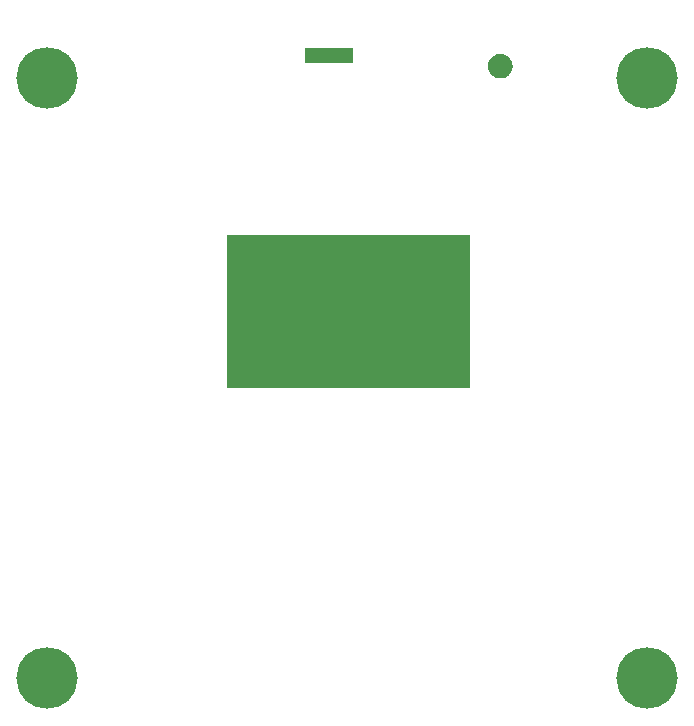
<source format=gbs>
G04 Layer: BottomSolderMaskLayer*
G04 EasyEDA v6.5.34, 2023-08-21 18:11:39*
G04 3696ccb3ce3c4ba2a1e01cf7d584be42,5a6b42c53f6a479593ecc07194224c93,10*
G04 Gerber Generator version 0.2*
G04 Scale: 100 percent, Rotated: No, Reflected: No *
G04 Dimensions in millimeters *
G04 leading zeros omitted , absolute positions ,4 integer and 5 decimal *
%FSLAX45Y45*%
%MOMM*%

%ADD10C,5.2032*%

%LPD*%
G36*
X4216400Y5666892D02*
G01*
X4207205Y5666486D01*
X4198061Y5665216D01*
X4193489Y5664352D01*
X4184599Y5661914D01*
X4175963Y5658713D01*
X4167632Y5654751D01*
X4159656Y5650077D01*
X4152137Y5644743D01*
X4145127Y5638749D01*
X4138676Y5632145D01*
X4132834Y5624982D01*
X4127652Y5617362D01*
X4123182Y5609336D01*
X4119422Y5600903D01*
X4116374Y5592165D01*
X4114190Y5583224D01*
X4112768Y5574080D01*
X4112158Y5564886D01*
X4112361Y5555691D01*
X4113377Y5546496D01*
X4115206Y5537454D01*
X4116374Y5532983D01*
X4119422Y5524296D01*
X4123182Y5515864D01*
X4127652Y5507786D01*
X4132834Y5500166D01*
X4138676Y5493054D01*
X4145127Y5486450D01*
X4152137Y5480456D01*
X4159656Y5475071D01*
X4167632Y5470398D01*
X4175963Y5466486D01*
X4180230Y5464759D01*
X4189018Y5461965D01*
X4198061Y5459933D01*
X4207205Y5458714D01*
X4216400Y5458307D01*
X4225594Y5458714D01*
X4234738Y5459933D01*
X4243781Y5461965D01*
X4252569Y5464759D01*
X4261053Y5468366D01*
X4265168Y5470398D01*
X4273143Y5475071D01*
X4280662Y5480456D01*
X4287672Y5486450D01*
X4294124Y5493054D01*
X4299966Y5500166D01*
X4305147Y5507786D01*
X4309618Y5515864D01*
X4313377Y5524296D01*
X4315002Y5528614D01*
X4317593Y5537454D01*
X4319422Y5546496D01*
X4320438Y5555691D01*
X4320641Y5564886D01*
X4320032Y5574080D01*
X4318609Y5583224D01*
X4316374Y5592165D01*
X4315002Y5596585D01*
X4311599Y5605119D01*
X4307484Y5613400D01*
X4302607Y5621223D01*
X4297121Y5628640D01*
X4290923Y5635498D01*
X4287672Y5638749D01*
X4280662Y5644743D01*
X4273143Y5650077D01*
X4265168Y5654751D01*
X4256836Y5658713D01*
X4248200Y5661914D01*
X4239260Y5664352D01*
X4230217Y5665927D01*
X4221022Y5666790D01*
G37*
D10*
G01*
X380992Y5460992D03*
G01*
X380992Y380992D03*
G01*
X5460992Y380992D03*
G01*
X5460992Y5460992D03*
G36*
X2565392Y5714992D02*
G01*
X2971792Y5714992D01*
X2971792Y5587992D01*
X2565392Y5587992D01*
G37*
G36*
X1904992Y4127492D02*
G01*
X3962392Y4127492D01*
X3962392Y2832092D01*
X1904992Y2832092D01*
G37*
M02*

</source>
